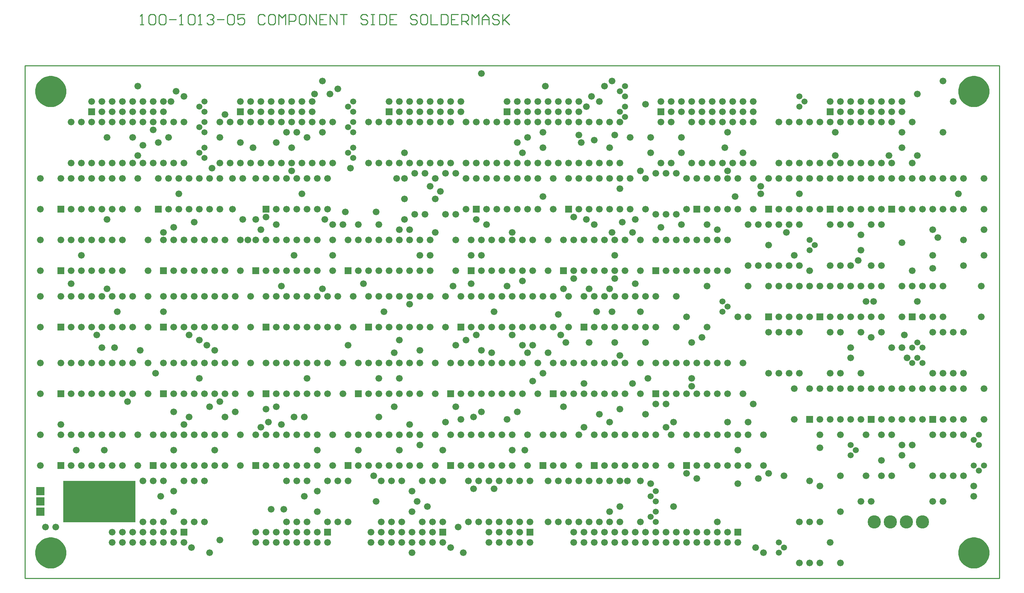
<source format=gts>
*%FSLAX23Y23*%
*%MOIN*%
G01*
%ADD11C,0.006*%
%ADD12C,0.007*%
%ADD13C,0.008*%
%ADD14C,0.010*%
%ADD15C,0.012*%
%ADD16C,0.020*%
%ADD17C,0.030*%
%ADD18C,0.032*%
%ADD19C,0.036*%
%ADD20C,0.040*%
%ADD21C,0.050*%
%ADD22C,0.052*%
%ADD23C,0.055*%
%ADD24C,0.056*%
%ADD25C,0.059*%
%ADD26C,0.062*%
%ADD27C,0.066*%
%ADD28C,0.070*%
%ADD29C,0.090*%
%ADD30C,0.120*%
%ADD31C,0.125*%
%ADD32C,0.129*%
%ADD33C,0.140*%
%ADD34C,0.160*%
%ADD35C,0.250*%
%ADD36C,0.250*%
%ADD37R,0.062X0.062*%
%ADD38R,0.066X0.066*%
%ADD39R,0.075X0.075*%
%ADD40R,0.079X0.079*%
%ADD41R,0.250X0.250*%
D14*
X5486Y10802D02*
X5519D01*
X5503D01*
Y10902D01*
X5504D01*
X5503D02*
X5486Y10885D01*
X5569D02*
X5586Y10902D01*
X5619D01*
X5636Y10885D01*
Y10819D01*
X5619Y10802D01*
X5586D01*
X5569Y10819D01*
Y10885D01*
X5669D02*
X5686Y10902D01*
X5719D01*
X5736Y10885D01*
Y10819D01*
X5719Y10802D01*
X5686D01*
X5669Y10819D01*
Y10885D01*
X5769Y10852D02*
X5836D01*
X5869Y10802D02*
X5903D01*
X5886D01*
Y10902D01*
X5887D01*
X5886D02*
X5869Y10885D01*
X5953D02*
X5969Y10902D01*
X6002D01*
X6019Y10885D01*
Y10819D01*
X6002Y10802D01*
X5969D01*
X5953Y10819D01*
Y10885D01*
X6052Y10802D02*
X6086D01*
X6069D01*
Y10902D01*
X6070D01*
X6069D02*
X6052Y10885D01*
X6136D02*
X6152Y10902D01*
X6186D01*
X6202Y10885D01*
Y10869D01*
X6203D01*
X6202D02*
X6203D01*
X6202D02*
X6203D01*
X6202D02*
X6186Y10852D01*
X6169D01*
X6186D01*
X6202Y10835D01*
Y10819D01*
X6186Y10802D01*
X6152D01*
X6136Y10819D01*
X6236Y10852D02*
X6302D01*
X6336Y10885D02*
X6352Y10902D01*
X6386D01*
X6402Y10885D01*
Y10819D01*
X6386Y10802D01*
X6352D01*
X6336Y10819D01*
Y10885D01*
X6436Y10902D02*
X6502D01*
X6436D02*
Y10852D01*
X6469Y10869D01*
X6486D01*
X6502Y10852D01*
Y10819D01*
X6486Y10802D01*
X6452D01*
X6436Y10819D01*
X6686Y10902D02*
X6702Y10885D01*
X6686Y10902D02*
X6652D01*
X6636Y10885D01*
Y10819D01*
X6652Y10802D01*
X6686D01*
X6702Y10819D01*
X6752Y10902D02*
X6786D01*
X6752D02*
X6736Y10885D01*
Y10819D01*
X6752Y10802D01*
X6786D01*
X6802Y10819D01*
Y10885D01*
X6786Y10902D01*
X6836D02*
Y10802D01*
X6869Y10869D02*
X6836Y10902D01*
X6869Y10869D02*
X6902Y10902D01*
Y10802D01*
X6936D02*
Y10902D01*
X6986D01*
X7002Y10885D01*
Y10852D01*
X6986Y10835D01*
X6936D01*
X7052Y10902D02*
X7085D01*
X7052D02*
X7035Y10885D01*
Y10819D01*
X7052Y10802D01*
X7085D01*
X7102Y10819D01*
Y10885D01*
X7085Y10902D01*
X7135D02*
Y10802D01*
X7202D02*
X7135Y10902D01*
X7202D02*
Y10802D01*
X7235Y10902D02*
X7302D01*
X7235D02*
Y10802D01*
X7302D01*
X7269Y10852D02*
X7235D01*
X7335Y10802D02*
Y10902D01*
X7402Y10802D01*
Y10902D01*
X7435D02*
X7502D01*
X7469D01*
Y10802D01*
X7685Y10902D02*
X7702Y10885D01*
X7685Y10902D02*
X7652D01*
X7635Y10885D01*
Y10869D01*
X7652Y10852D01*
X7685D01*
X7702Y10835D01*
Y10819D01*
X7685Y10802D01*
X7652D01*
X7635Y10819D01*
X7735Y10902D02*
X7769D01*
X7752D01*
Y10802D01*
X7735D01*
X7769D01*
X7819D02*
Y10902D01*
Y10802D02*
X7869D01*
X7885Y10819D01*
Y10885D01*
X7869Y10902D01*
X7819D01*
X7919D02*
X7985D01*
X7919D02*
Y10802D01*
X7985D01*
X7952Y10852D02*
X7919D01*
X8168Y10902D02*
X8185Y10885D01*
X8168Y10902D02*
X8135D01*
X8118Y10885D01*
Y10869D01*
X8135Y10852D01*
X8168D01*
X8185Y10835D01*
Y10819D01*
X8168Y10802D01*
X8135D01*
X8118Y10819D01*
X8235Y10902D02*
X8268D01*
X8235D02*
X8218Y10885D01*
Y10819D01*
X8235Y10802D01*
X8268D01*
X8285Y10819D01*
Y10885D01*
X8268Y10902D01*
X8318D02*
Y10802D01*
X8385D01*
X8418D02*
Y10902D01*
Y10802D02*
X8468D01*
X8485Y10819D01*
Y10885D01*
X8468Y10902D01*
X8418D01*
X8518D02*
X8585D01*
X8518D02*
Y10802D01*
X8585D01*
X8552Y10852D02*
X8518D01*
X8618Y10802D02*
Y10902D01*
X8668D01*
X8685Y10885D01*
Y10852D01*
X8668Y10835D01*
X8618D01*
X8652D02*
X8685Y10802D01*
X8718D02*
Y10902D01*
X8752Y10869D01*
X8785Y10902D01*
Y10802D01*
X8818D02*
Y10869D01*
X8852Y10902D01*
X8885Y10869D01*
Y10802D01*
Y10852D01*
X8818D01*
X8968Y10902D02*
X8985Y10885D01*
X8968Y10902D02*
X8935D01*
X8918Y10885D01*
Y10869D01*
X8935Y10852D01*
X8968D01*
X8985Y10835D01*
Y10819D01*
X8968Y10802D01*
X8935D01*
X8918Y10819D01*
X9018Y10802D02*
Y10902D01*
Y10835D02*
Y10802D01*
Y10835D02*
X9085Y10902D01*
X9035Y10852D01*
X9085Y10802D01*
X4361Y5402D02*
X13861D01*
Y10402D01*
X4361D01*
Y5402D01*
D25*
X6111Y10052D02*
D03*
Y9952D02*
D03*
X6061Y10002D02*
D03*
X6111Y9852D02*
D03*
Y9752D02*
D03*
X6061Y9802D02*
D03*
X6111Y9602D02*
D03*
Y9502D02*
D03*
X6061Y9552D02*
D03*
X7561Y10052D02*
D03*
Y9952D02*
D03*
X7511Y10002D02*
D03*
X7561Y9852D02*
D03*
Y9752D02*
D03*
X7511Y9802D02*
D03*
X7561Y9602D02*
D03*
Y9502D02*
D03*
X7511Y9552D02*
D03*
X10511Y6252D02*
D03*
Y6152D02*
D03*
X10461Y6202D02*
D03*
X10511Y6052D02*
D03*
Y5952D02*
D03*
X10461Y6002D02*
D03*
X10211Y10202D02*
D03*
Y10102D02*
D03*
X10161Y10152D02*
D03*
X10211Y10002D02*
D03*
Y9902D02*
D03*
X10161Y9952D02*
D03*
X11711Y5752D02*
D03*
X11761Y5702D02*
D03*
X11711Y5652D02*
D03*
X12411Y6602D02*
D03*
X12461Y6652D02*
D03*
X12411Y6702D02*
D03*
X12011Y8602D02*
D03*
Y8702D02*
D03*
X12061Y8652D02*
D03*
X11161Y8002D02*
D03*
Y8102D02*
D03*
X11211Y8052D02*
D03*
X11911Y10002D02*
D03*
Y10102D02*
D03*
X11961Y10052D02*
D03*
X13611Y6502D02*
D03*
X13711D02*
D03*
X13661Y6452D02*
D03*
Y6802D02*
D03*
Y6702D02*
D03*
X13611Y6752D02*
D03*
X13111Y7502D02*
D03*
X13011D02*
D03*
X13061Y7552D02*
D03*
X13111Y7652D02*
D03*
X13011D02*
D03*
X13061Y7702D02*
D03*
D27*
X13461Y9152D02*
D03*
X13261Y8727D02*
D03*
X13211Y8427D02*
D03*
X12961Y7552D02*
D03*
X13011Y8402D02*
D03*
X13061Y8102D02*
D03*
Y10127D02*
D03*
Y9527D02*
D03*
X12911Y8677D02*
D03*
X12936Y7777D02*
D03*
X12786Y9527D02*
D03*
X12711Y6552D02*
D03*
X12611Y7752D02*
D03*
X12711Y7802D02*
D03*
X12561Y8102D02*
D03*
X12636D02*
D03*
X12486Y8502D02*
D03*
X12261Y9527D02*
D03*
Y9752D02*
D03*
X12111Y6677D02*
D03*
X12011Y6352D02*
D03*
Y8402D02*
D03*
X11861Y8552D02*
D03*
X11786Y8777D02*
D03*
X11911Y9152D02*
D03*
X11761Y6402D02*
D03*
X11611Y6427D02*
D03*
Y8652D02*
D03*
X11561Y5652D02*
D03*
X11486Y5702D02*
D03*
X11511Y6377D02*
D03*
X11461Y7102D02*
D03*
X11411Y6927D02*
D03*
X11536Y9227D02*
D03*
Y9152D02*
D03*
X11311Y6327D02*
D03*
X11211Y6927D02*
D03*
X11311Y6652D02*
D03*
Y7952D02*
D03*
X11211Y9377D02*
D03*
Y9752D02*
D03*
X11286Y9127D02*
D03*
X11361Y9552D02*
D03*
X11111Y5952D02*
D03*
X11011Y8852D02*
D03*
X11111Y8802D02*
D03*
X11186Y9602D02*
D03*
X10811Y6427D02*
D03*
X10911Y6377D02*
D03*
X10861Y7277D02*
D03*
Y7352D02*
D03*
X10961Y7752D02*
D03*
X10861Y7702D02*
D03*
X10811Y7952D02*
D03*
X10686Y6927D02*
D03*
X10611Y6877D02*
D03*
Y7102D02*
D03*
X10686Y6102D02*
D03*
X10761Y8852D02*
D03*
X10436Y7352D02*
D03*
X10411Y7002D02*
D03*
X10461Y6327D02*
D03*
X10511Y7102D02*
D03*
X10411Y7702D02*
D03*
X10561Y8827D02*
D03*
X10411Y10027D02*
D03*
X10236Y6352D02*
D03*
X10286Y7302D02*
D03*
X10311Y8277D02*
D03*
X10361Y8002D02*
D03*
X10311Y8902D02*
D03*
X10286Y8777D02*
D03*
X10261Y9702D02*
D03*
X10361Y9377D02*
D03*
X10161Y7052D02*
D03*
X10061Y6927D02*
D03*
X10161Y6102D02*
D03*
X10061Y6052D02*
D03*
X10111Y7702D02*
D03*
Y8552D02*
D03*
X10086Y8002D02*
D03*
X10186Y8877D02*
D03*
X10086Y8777D02*
D03*
X10061Y8227D02*
D03*
X10111Y8327D02*
D03*
X10161Y7577D02*
D03*
X10086Y10252D02*
D03*
X10061Y9602D02*
D03*
X10161Y9202D02*
D03*
X10111Y9727D02*
D03*
X9961Y7002D02*
D03*
X9911Y8852D02*
D03*
X9861Y7702D02*
D03*
Y8227D02*
D03*
X9836Y8902D02*
D03*
X9936Y8002D02*
D03*
X9836Y10002D02*
D03*
X9961Y10052D02*
D03*
X10011Y10202D02*
D03*
X9886Y10102D02*
D03*
X9911Y9677D02*
D03*
X9811Y6877D02*
D03*
Y7302D02*
D03*
X9711Y8327D02*
D03*
Y8927D02*
D03*
X9636Y7702D02*
D03*
X9786Y9652D02*
D03*
X9761Y9727D02*
D03*
X9561Y7977D02*
D03*
X9461Y7602D02*
D03*
X9586Y7777D02*
D03*
X9436Y10202D02*
D03*
X9611Y7077D02*
D03*
Y8227D02*
D03*
X9411Y7402D02*
D03*
X9236Y6652D02*
D03*
X9311Y7327D02*
D03*
X9261Y7602D02*
D03*
X9311Y7677D02*
D03*
X9261Y9702D02*
D03*
X9411Y9602D02*
D03*
Y9127D02*
D03*
Y9752D02*
D03*
X9061Y6952D02*
D03*
X9161Y7027D02*
D03*
X9111Y6652D02*
D03*
X9211Y8302D02*
D03*
Y7677D02*
D03*
X9111Y7777D02*
D03*
X9061Y8252D02*
D03*
X9111Y8777D02*
D03*
X9161Y9652D02*
D03*
X9211Y9552D02*
D03*
X8936Y6277D02*
D03*
X8911Y7602D02*
D03*
X8936Y8002D02*
D03*
X8861Y8852D02*
D03*
X8736Y6977D02*
D03*
X8811Y7027D02*
D03*
X8736Y6277D02*
D03*
X8761Y8902D02*
D03*
X8711Y8277D02*
D03*
Y8552D02*
D03*
X8661Y7727D02*
D03*
X8761Y7777D02*
D03*
X8811Y7627D02*
D03*
Y8552D02*
D03*
Y10327D02*
D03*
X8636Y5652D02*
D03*
X8511Y5702D02*
D03*
X8586Y5902D02*
D03*
X8561Y7077D02*
D03*
X8611Y6952D02*
D03*
X8461Y6927D02*
D03*
X8561Y7677D02*
D03*
X8536Y8252D02*
D03*
X8286Y6102D02*
D03*
X8436Y6652D02*
D03*
X8311Y8552D02*
D03*
X8361Y8777D02*
D03*
X8411Y9177D02*
D03*
X8311Y9227D02*
D03*
X8136Y5652D02*
D03*
X8111Y6902D02*
D03*
X8211Y6702D02*
D03*
X8186Y6152D02*
D03*
X8111Y8077D02*
D03*
X8211Y7627D02*
D03*
X8061Y8902D02*
D03*
X8211Y8552D02*
D03*
X8061Y9552D02*
D03*
X8011Y6652D02*
D03*
X7961Y7077D02*
D03*
X8011Y7352D02*
D03*
X7961Y7602D02*
D03*
X8011Y7727D02*
D03*
X7986Y9302D02*
D03*
X7761Y6402D02*
D03*
X7811Y6977D02*
D03*
Y7352D02*
D03*
X7786Y6152D02*
D03*
X7861Y8002D02*
D03*
X7611Y6652D02*
D03*
X7661Y8277D02*
D03*
X7511Y7677D02*
D03*
X7536Y9402D02*
D03*
X7286Y8902D02*
D03*
X7361Y8552D02*
D03*
X7411Y10177D02*
D03*
X7336Y10127D02*
D03*
X7086Y6202D02*
D03*
X7111Y7352D02*
D03*
X7086Y6977D02*
D03*
X7211Y6652D02*
D03*
X7261Y8227D02*
D03*
X7186Y10127D02*
D03*
X7111Y9702D02*
D03*
X7261Y9752D02*
D03*
Y10252D02*
D03*
X6886Y6077D02*
D03*
X6986Y6977D02*
D03*
Y8552D02*
D03*
X7061Y9152D02*
D03*
X6961Y9602D02*
D03*
Y9377D02*
D03*
X6911Y9752D02*
D03*
X7011D02*
D03*
X6736Y6927D02*
D03*
X6711Y7052D02*
D03*
X6811Y7077D02*
D03*
X6861Y6902D02*
D03*
X6761Y6077D02*
D03*
X6861Y8252D02*
D03*
X6711Y8927D02*
D03*
X6811Y8852D02*
D03*
Y9652D02*
D03*
X6661Y6877D02*
D03*
Y8802D02*
D03*
X6536Y8702D02*
D03*
X6586Y9602D02*
D03*
X6311Y6977D02*
D03*
X6411Y7027D02*
D03*
X6461Y9652D02*
D03*
X6311Y9927D02*
D03*
X6261Y5777D02*
D03*
X6161Y5652D02*
D03*
X6261Y7127D02*
D03*
X6161Y7077D02*
D03*
X6211Y6652D02*
D03*
X6136Y7677D02*
D03*
X6211Y7627D02*
D03*
X6261Y9702D02*
D03*
X6186Y9402D02*
D03*
X5986Y5702D02*
D03*
X6061Y7352D02*
D03*
X5961Y6977D02*
D03*
X5911Y6902D02*
D03*
X6011Y8877D02*
D03*
X5961Y7777D02*
D03*
X6061Y7727D02*
D03*
X5911Y10102D02*
D03*
X5811Y6652D02*
D03*
Y7027D02*
D03*
X5711Y8002D02*
D03*
X5811Y8827D02*
D03*
X5711Y8777D02*
D03*
X5861Y9152D02*
D03*
X5761Y9702D02*
D03*
X5786Y10052D02*
D03*
X5836Y10152D02*
D03*
X5636Y7402D02*
D03*
X5686Y6202D02*
D03*
X5661Y9652D02*
D03*
X5611Y9777D02*
D03*
X5361Y7127D02*
D03*
X5486Y7627D02*
D03*
X5411Y9702D02*
D03*
X5461Y10202D02*
D03*
X5511Y9627D02*
D03*
X5461Y9527D02*
D03*
X5136Y6652D02*
D03*
X5261Y8002D02*
D03*
X5161Y8902D02*
D03*
Y8227D02*
D03*
X5236Y7652D02*
D03*
X5161Y9702D02*
D03*
X5111Y7652D02*
D03*
X5061Y7777D02*
D03*
X4861Y6652D02*
D03*
X4811Y8277D02*
D03*
X4911Y8552D02*
D03*
X4711Y6902D02*
D03*
X4561Y5902D02*
D03*
X4661D02*
D03*
X4811Y7202D02*
D03*
X4911D02*
D03*
X5011D02*
D03*
X5111D02*
D03*
X5211D02*
D03*
X5311D02*
D03*
X5411D02*
D03*
Y7502D02*
D03*
X5311D02*
D03*
X5211D02*
D03*
X5111D02*
D03*
X5011D02*
D03*
X4911D02*
D03*
X4811D02*
D03*
X4711D02*
D03*
X4511Y6802D02*
D03*
Y6502D02*
D03*
X4811D02*
D03*
X4911D02*
D03*
X5011D02*
D03*
X5111D02*
D03*
X5211D02*
D03*
X5311D02*
D03*
Y6802D02*
D03*
X5211D02*
D03*
X5111D02*
D03*
X5011D02*
D03*
X4911D02*
D03*
X4811D02*
D03*
X4711D02*
D03*
X4511Y7502D02*
D03*
Y7202D02*
D03*
Y8702D02*
D03*
Y8402D02*
D03*
X4811D02*
D03*
X4911D02*
D03*
X5011D02*
D03*
X5111D02*
D03*
X5211D02*
D03*
X5311D02*
D03*
Y8702D02*
D03*
X5211D02*
D03*
X5111D02*
D03*
X5011D02*
D03*
X4911D02*
D03*
X4811D02*
D03*
X4711D02*
D03*
X4511Y8152D02*
D03*
Y7852D02*
D03*
X4811D02*
D03*
X4911D02*
D03*
X5011D02*
D03*
X5111D02*
D03*
X5211D02*
D03*
X5311D02*
D03*
X5411D02*
D03*
Y8152D02*
D03*
X5311D02*
D03*
X5211D02*
D03*
X5111D02*
D03*
X5011D02*
D03*
X4911D02*
D03*
X4811D02*
D03*
X4711D02*
D03*
X4811Y9002D02*
D03*
X4911D02*
D03*
X5011D02*
D03*
X5111D02*
D03*
X5211D02*
D03*
X5311D02*
D03*
Y9302D02*
D03*
X5211D02*
D03*
X5111D02*
D03*
X5011D02*
D03*
X4911D02*
D03*
X4811D02*
D03*
X4711D02*
D03*
X4511D02*
D03*
Y9002D02*
D03*
X4811Y9452D02*
D03*
Y9852D02*
D03*
X4911Y9452D02*
D03*
Y9852D02*
D03*
X5711Y5952D02*
D03*
Y6352D02*
D03*
X5911Y5952D02*
D03*
Y6352D02*
D03*
X5211Y5752D02*
D03*
Y5852D02*
D03*
X5311Y5752D02*
D03*
Y5852D02*
D03*
X5411Y5752D02*
D03*
Y5852D02*
D03*
X5511Y5752D02*
D03*
Y5852D02*
D03*
X5611Y5752D02*
D03*
Y5852D02*
D03*
X5711Y5752D02*
D03*
Y5852D02*
D03*
X5811Y5752D02*
D03*
Y5852D02*
D03*
X5911Y5752D02*
D03*
X5611Y5952D02*
D03*
Y6352D02*
D03*
X5811Y7202D02*
D03*
X5911D02*
D03*
X6011D02*
D03*
X6111D02*
D03*
X6211D02*
D03*
X6311D02*
D03*
X6411D02*
D03*
Y7502D02*
D03*
X6311D02*
D03*
X6211D02*
D03*
X6111D02*
D03*
X6011D02*
D03*
X5911D02*
D03*
X5811D02*
D03*
X5711D02*
D03*
X5561D02*
D03*
Y7202D02*
D03*
X6461Y6802D02*
D03*
Y6502D02*
D03*
X5711D02*
D03*
X5811D02*
D03*
X5911D02*
D03*
X6011D02*
D03*
X6111D02*
D03*
X6211D02*
D03*
X6311D02*
D03*
Y6802D02*
D03*
X6211D02*
D03*
X6111D02*
D03*
X6011D02*
D03*
X5911D02*
D03*
X5811D02*
D03*
X5711D02*
D03*
X5611D02*
D03*
X5461D02*
D03*
Y6502D02*
D03*
X6111Y5952D02*
D03*
Y6352D02*
D03*
X6011Y5952D02*
D03*
Y6352D02*
D03*
X5511Y5952D02*
D03*
Y6352D02*
D03*
X5811Y6252D02*
D03*
Y6052D02*
D03*
X6461Y8702D02*
D03*
Y8402D02*
D03*
X5561Y8702D02*
D03*
Y8402D02*
D03*
X5811D02*
D03*
X5911D02*
D03*
X6011D02*
D03*
X6111D02*
D03*
X6211D02*
D03*
X6311D02*
D03*
Y8702D02*
D03*
X6211D02*
D03*
X6111D02*
D03*
X6011D02*
D03*
X5911D02*
D03*
X5811D02*
D03*
X5711D02*
D03*
X5761Y9002D02*
D03*
X5861D02*
D03*
X5961D02*
D03*
X6061D02*
D03*
X6161D02*
D03*
X6261D02*
D03*
Y9302D02*
D03*
X6161D02*
D03*
X6061D02*
D03*
X5961D02*
D03*
X5861D02*
D03*
X5761D02*
D03*
X5661D02*
D03*
X5561Y8152D02*
D03*
Y7852D02*
D03*
X5811D02*
D03*
X5911D02*
D03*
X6011D02*
D03*
X6111D02*
D03*
X6211D02*
D03*
X6311D02*
D03*
X6411D02*
D03*
Y8152D02*
D03*
X6311D02*
D03*
X6211D02*
D03*
X6111D02*
D03*
X6011D02*
D03*
X5911D02*
D03*
X5811D02*
D03*
X5711D02*
D03*
Y10052D02*
D03*
Y9952D02*
D03*
X5611Y10052D02*
D03*
Y9952D02*
D03*
X5511Y10052D02*
D03*
Y9952D02*
D03*
X5411Y10052D02*
D03*
Y9952D02*
D03*
X5311Y10052D02*
D03*
Y9952D02*
D03*
X5211Y10052D02*
D03*
Y9952D02*
D03*
X5111Y10052D02*
D03*
Y9952D02*
D03*
X5011Y10052D02*
D03*
X5311Y9452D02*
D03*
Y9852D02*
D03*
X6386Y9302D02*
D03*
Y9002D02*
D03*
X5461Y9302D02*
D03*
Y9002D02*
D03*
X5911Y9852D02*
D03*
Y9452D02*
D03*
X5811Y9852D02*
D03*
Y9452D02*
D03*
X5411Y9852D02*
D03*
Y9452D02*
D03*
X6261D02*
D03*
Y9852D02*
D03*
X6361Y9452D02*
D03*
Y9852D02*
D03*
X6461D02*
D03*
Y9452D02*
D03*
X7161Y10052D02*
D03*
Y9952D02*
D03*
X7061Y10052D02*
D03*
Y9952D02*
D03*
X6961Y10052D02*
D03*
Y9952D02*
D03*
X6861Y10052D02*
D03*
Y9952D02*
D03*
X6761Y10052D02*
D03*
Y9952D02*
D03*
X6661Y10052D02*
D03*
Y9952D02*
D03*
X6561Y10052D02*
D03*
Y9952D02*
D03*
X6461Y10052D02*
D03*
X5211Y9452D02*
D03*
Y9852D02*
D03*
X5711Y9452D02*
D03*
Y9852D02*
D03*
X5611Y9452D02*
D03*
Y9852D02*
D03*
X5511Y9452D02*
D03*
Y9852D02*
D03*
X5111D02*
D03*
Y9452D02*
D03*
X5011Y9852D02*
D03*
Y9452D02*
D03*
X7111Y5952D02*
D03*
Y6352D02*
D03*
X7311Y5952D02*
D03*
Y6352D02*
D03*
X6611Y5752D02*
D03*
Y5852D02*
D03*
X6711Y5752D02*
D03*
Y5852D02*
D03*
X6811Y5752D02*
D03*
Y5852D02*
D03*
X6911Y5752D02*
D03*
Y5852D02*
D03*
X7011Y5752D02*
D03*
Y5852D02*
D03*
X7111Y5752D02*
D03*
Y5852D02*
D03*
X7211Y5752D02*
D03*
Y5852D02*
D03*
X7311Y5752D02*
D03*
X8036Y5952D02*
D03*
Y6352D02*
D03*
X7711Y7202D02*
D03*
X7811D02*
D03*
X7911D02*
D03*
X8011D02*
D03*
X8111D02*
D03*
X8211D02*
D03*
Y7502D02*
D03*
X8111D02*
D03*
X8011D02*
D03*
X7911D02*
D03*
X7811D02*
D03*
X7711D02*
D03*
X7611D02*
D03*
X7461D02*
D03*
Y7202D02*
D03*
X6811D02*
D03*
X6911D02*
D03*
X7011D02*
D03*
X7111D02*
D03*
X7211D02*
D03*
X7311D02*
D03*
Y7502D02*
D03*
X7211D02*
D03*
X7111D02*
D03*
X7011D02*
D03*
X6911D02*
D03*
X6811D02*
D03*
X6711D02*
D03*
X6561D02*
D03*
Y7202D02*
D03*
X7611Y6502D02*
D03*
X7711D02*
D03*
X7811D02*
D03*
X7911D02*
D03*
X8011D02*
D03*
X8111D02*
D03*
X8211D02*
D03*
Y6802D02*
D03*
X8111D02*
D03*
X8011D02*
D03*
X7911D02*
D03*
X7811D02*
D03*
X7711D02*
D03*
X7611D02*
D03*
X7511D02*
D03*
X7361D02*
D03*
Y6502D02*
D03*
X6711D02*
D03*
X6811D02*
D03*
X6911D02*
D03*
X7011D02*
D03*
X7111D02*
D03*
X7211D02*
D03*
Y6802D02*
D03*
X7111D02*
D03*
X7011D02*
D03*
X6911D02*
D03*
X6811D02*
D03*
X6711D02*
D03*
X6611D02*
D03*
X7511Y5952D02*
D03*
Y6352D02*
D03*
X7411Y5952D02*
D03*
Y6352D02*
D03*
X6911Y5952D02*
D03*
Y6352D02*
D03*
X7011Y5952D02*
D03*
Y6352D02*
D03*
X7211Y6252D02*
D03*
Y6052D02*
D03*
X7836Y5952D02*
D03*
Y6352D02*
D03*
X7936Y5952D02*
D03*
Y6352D02*
D03*
X7486Y8977D02*
D03*
X7786D02*
D03*
X6811Y9002D02*
D03*
X6911D02*
D03*
X7011D02*
D03*
X7111D02*
D03*
X7211D02*
D03*
X7311D02*
D03*
Y9302D02*
D03*
X7211D02*
D03*
X7111D02*
D03*
X7011D02*
D03*
X6911D02*
D03*
X6811D02*
D03*
X6711D02*
D03*
X7611Y8852D02*
D03*
X7811D02*
D03*
X7461D02*
D03*
X7361D02*
D03*
X7611Y8402D02*
D03*
X7711D02*
D03*
X7811D02*
D03*
X7911D02*
D03*
X8011D02*
D03*
X8111D02*
D03*
X8211D02*
D03*
X8311D02*
D03*
Y8702D02*
D03*
X8211D02*
D03*
X8111D02*
D03*
X8011D02*
D03*
X7911D02*
D03*
X7811D02*
D03*
X7711D02*
D03*
X7611D02*
D03*
X7511D02*
D03*
X7361D02*
D03*
Y8402D02*
D03*
X6711D02*
D03*
X6811D02*
D03*
X6911D02*
D03*
X7011D02*
D03*
X7111D02*
D03*
X7211D02*
D03*
Y8702D02*
D03*
X7111D02*
D03*
X7011D02*
D03*
X6911D02*
D03*
X6811D02*
D03*
X6711D02*
D03*
X6611D02*
D03*
X6561Y8152D02*
D03*
Y7852D02*
D03*
X7811D02*
D03*
X7911D02*
D03*
X8011D02*
D03*
X8111D02*
D03*
X8211D02*
D03*
X8311D02*
D03*
Y8152D02*
D03*
X8211D02*
D03*
X8111D02*
D03*
X8011D02*
D03*
X7911D02*
D03*
X7811D02*
D03*
X7711D02*
D03*
X7561D02*
D03*
Y7852D02*
D03*
X6811D02*
D03*
X6911D02*
D03*
X7011D02*
D03*
X7111D02*
D03*
X7211D02*
D03*
X7311D02*
D03*
X7411D02*
D03*
Y8152D02*
D03*
X7311D02*
D03*
X7211D02*
D03*
X7111D02*
D03*
X7011D02*
D03*
X6911D02*
D03*
X6811D02*
D03*
X6711D02*
D03*
X6661Y9452D02*
D03*
Y9852D02*
D03*
X7161Y9452D02*
D03*
Y9852D02*
D03*
X6486Y9302D02*
D03*
Y8902D02*
D03*
X6611D02*
D03*
Y9302D02*
D03*
X7361Y9852D02*
D03*
Y9452D02*
D03*
X7261Y9852D02*
D03*
Y9452D02*
D03*
X6861Y9852D02*
D03*
Y9452D02*
D03*
X8011D02*
D03*
Y9852D02*
D03*
X7711Y9452D02*
D03*
Y9852D02*
D03*
X7811Y9452D02*
D03*
Y9852D02*
D03*
X7911D02*
D03*
Y9452D02*
D03*
X8611Y10052D02*
D03*
Y9952D02*
D03*
X8511Y10052D02*
D03*
Y9952D02*
D03*
X8411Y10052D02*
D03*
Y9952D02*
D03*
X8311Y10052D02*
D03*
Y9952D02*
D03*
X8211Y10052D02*
D03*
Y9952D02*
D03*
X8111Y10052D02*
D03*
Y9952D02*
D03*
X8011Y10052D02*
D03*
Y9952D02*
D03*
X7911Y10052D02*
D03*
X6761Y9452D02*
D03*
Y9852D02*
D03*
X7061Y9452D02*
D03*
Y9852D02*
D03*
X6961Y9452D02*
D03*
Y9852D02*
D03*
X6561D02*
D03*
Y9452D02*
D03*
X9286Y5752D02*
D03*
X9186Y5852D02*
D03*
Y5752D02*
D03*
X9086Y5852D02*
D03*
Y5752D02*
D03*
X8986Y5852D02*
D03*
Y5752D02*
D03*
X8886Y5852D02*
D03*
Y5752D02*
D03*
X9561Y5952D02*
D03*
Y6352D02*
D03*
X7736Y5752D02*
D03*
Y5852D02*
D03*
X7836Y5752D02*
D03*
Y5852D02*
D03*
X7936Y5752D02*
D03*
Y5852D02*
D03*
X8036Y5752D02*
D03*
Y5852D02*
D03*
X8136Y5752D02*
D03*
Y5852D02*
D03*
X8236Y5752D02*
D03*
Y5852D02*
D03*
X8336Y5752D02*
D03*
Y5852D02*
D03*
X8436Y5752D02*
D03*
X8236Y5952D02*
D03*
Y6352D02*
D03*
X9186Y5952D02*
D03*
Y6352D02*
D03*
X9286Y5952D02*
D03*
Y6352D02*
D03*
X8611Y7202D02*
D03*
X8711D02*
D03*
X8811D02*
D03*
X8911D02*
D03*
X9011D02*
D03*
X9111D02*
D03*
X9211D02*
D03*
Y7502D02*
D03*
X9111D02*
D03*
X9011D02*
D03*
X8911D02*
D03*
X8811D02*
D03*
X8711D02*
D03*
X8611D02*
D03*
X8511D02*
D03*
X9461Y5952D02*
D03*
Y6352D02*
D03*
X9611Y7202D02*
D03*
X9711D02*
D03*
X9811D02*
D03*
X9911D02*
D03*
X10011D02*
D03*
X10111D02*
D03*
X10211D02*
D03*
Y7502D02*
D03*
X10111D02*
D03*
X10011D02*
D03*
X9911D02*
D03*
X9811D02*
D03*
X9711D02*
D03*
X9611D02*
D03*
X9511D02*
D03*
X8361D02*
D03*
Y7202D02*
D03*
X9361Y7502D02*
D03*
Y7202D02*
D03*
X9511Y6502D02*
D03*
X9611D02*
D03*
Y6802D02*
D03*
X9511D02*
D03*
X9411D02*
D03*
X9261D02*
D03*
Y6502D02*
D03*
X8611D02*
D03*
X8711D02*
D03*
X8811D02*
D03*
X8911D02*
D03*
X9011D02*
D03*
X9111D02*
D03*
Y6802D02*
D03*
X9011D02*
D03*
X8911D02*
D03*
X8811D02*
D03*
X8711D02*
D03*
X8611D02*
D03*
X8511D02*
D03*
X8361D02*
D03*
Y6502D02*
D03*
X8136Y6252D02*
D03*
Y6052D02*
D03*
X8336Y5952D02*
D03*
Y6352D02*
D03*
X8436Y5952D02*
D03*
Y6352D02*
D03*
X8686D02*
D03*
Y5952D02*
D03*
X8786D02*
D03*
Y6352D02*
D03*
X8886Y5952D02*
D03*
Y6352D02*
D03*
X8986Y5952D02*
D03*
Y6352D02*
D03*
X9086Y5952D02*
D03*
Y6352D02*
D03*
X8011Y8802D02*
D03*
X8111D02*
D03*
X8261Y8952D02*
D03*
Y9352D02*
D03*
X8811Y8402D02*
D03*
X8911D02*
D03*
X9011D02*
D03*
X9111D02*
D03*
X9211D02*
D03*
X9311D02*
D03*
Y8702D02*
D03*
X9211D02*
D03*
X9111D02*
D03*
X9011D02*
D03*
X8911D02*
D03*
X8811D02*
D03*
X8711D02*
D03*
X9461D02*
D03*
Y8402D02*
D03*
X8561Y8702D02*
D03*
Y8402D02*
D03*
X8711Y7852D02*
D03*
X8811D02*
D03*
X8911D02*
D03*
X9011D02*
D03*
X9111D02*
D03*
X9211D02*
D03*
X9311D02*
D03*
X9411D02*
D03*
X9511D02*
D03*
Y8152D02*
D03*
X9411D02*
D03*
X9311D02*
D03*
X9211D02*
D03*
X9111D02*
D03*
X9011D02*
D03*
X8911D02*
D03*
X8811D02*
D03*
X8711D02*
D03*
X8611D02*
D03*
X8461D02*
D03*
Y7852D02*
D03*
X8561Y8952D02*
D03*
Y9352D02*
D03*
X8861Y9002D02*
D03*
X8961D02*
D03*
X9061D02*
D03*
X9161D02*
D03*
X9261D02*
D03*
X9361D02*
D03*
Y9302D02*
D03*
X9261D02*
D03*
X9161D02*
D03*
X9061D02*
D03*
X8961D02*
D03*
X8861D02*
D03*
X8761D02*
D03*
X8211Y9452D02*
D03*
Y9852D02*
D03*
X8361Y9302D02*
D03*
Y9102D02*
D03*
X8161Y8952D02*
D03*
Y9352D02*
D03*
X8061Y9302D02*
D03*
Y9102D02*
D03*
X9511Y9302D02*
D03*
Y9002D02*
D03*
X8661Y9302D02*
D03*
Y9002D02*
D03*
X8461Y8952D02*
D03*
Y9352D02*
D03*
X9561Y9452D02*
D03*
Y9852D02*
D03*
X9461Y9452D02*
D03*
Y9852D02*
D03*
X8661Y9452D02*
D03*
Y9852D02*
D03*
X8761Y9452D02*
D03*
Y9852D02*
D03*
X8861Y9452D02*
D03*
Y9852D02*
D03*
X8961Y9452D02*
D03*
Y9852D02*
D03*
X9361D02*
D03*
Y9452D02*
D03*
X9261Y9852D02*
D03*
Y9452D02*
D03*
X9161Y9852D02*
D03*
Y9452D02*
D03*
X9061Y9852D02*
D03*
Y9452D02*
D03*
X9761Y10052D02*
D03*
Y9952D02*
D03*
X9661Y10052D02*
D03*
Y9952D02*
D03*
X9561Y10052D02*
D03*
Y9952D02*
D03*
X9461Y10052D02*
D03*
Y9952D02*
D03*
X9361Y10052D02*
D03*
Y9952D02*
D03*
X9261Y10052D02*
D03*
Y9952D02*
D03*
X9161Y10052D02*
D03*
Y9952D02*
D03*
X9061Y10052D02*
D03*
X8511Y9452D02*
D03*
Y9852D02*
D03*
X8411Y9452D02*
D03*
Y9852D02*
D03*
X8311D02*
D03*
Y9452D02*
D03*
X8111Y9852D02*
D03*
Y9452D02*
D03*
X9661Y6352D02*
D03*
Y5952D02*
D03*
X9761Y6352D02*
D03*
Y5952D02*
D03*
X9861Y6352D02*
D03*
Y5952D02*
D03*
X10061Y6352D02*
D03*
Y5952D02*
D03*
X10361Y6352D02*
D03*
Y5952D02*
D03*
X10611Y7202D02*
D03*
X10711D02*
D03*
X10811D02*
D03*
X10911D02*
D03*
X11011D02*
D03*
X11111D02*
D03*
X11211D02*
D03*
Y7502D02*
D03*
X11111D02*
D03*
X11011D02*
D03*
X10911D02*
D03*
X10811D02*
D03*
X10711D02*
D03*
X10611D02*
D03*
X10511D02*
D03*
X10361D02*
D03*
Y7202D02*
D03*
X10911Y6502D02*
D03*
X11011D02*
D03*
X11111D02*
D03*
X11211D02*
D03*
X11311D02*
D03*
X11411D02*
D03*
Y6802D02*
D03*
X11311D02*
D03*
X11211D02*
D03*
X11111D02*
D03*
X11011D02*
D03*
X10911D02*
D03*
X10811D02*
D03*
X10661D02*
D03*
Y6502D02*
D03*
X10011D02*
D03*
X10111D02*
D03*
X10211D02*
D03*
X10311D02*
D03*
X10411D02*
D03*
X10511D02*
D03*
Y6802D02*
D03*
X10411D02*
D03*
X10311D02*
D03*
X10211D02*
D03*
X10111D02*
D03*
X10011D02*
D03*
X9911D02*
D03*
X9761D02*
D03*
Y6502D02*
D03*
X10161Y6352D02*
D03*
Y5952D02*
D03*
X9961Y6352D02*
D03*
Y5952D02*
D03*
X11011Y8252D02*
D03*
Y7852D02*
D03*
X10711Y8152D02*
D03*
Y7852D02*
D03*
X11011Y9002D02*
D03*
X11111D02*
D03*
X11211D02*
D03*
Y9302D02*
D03*
X11111D02*
D03*
X11011D02*
D03*
X10911D02*
D03*
X10611Y8402D02*
D03*
X10711D02*
D03*
X10811D02*
D03*
X10911D02*
D03*
X11011D02*
D03*
X11111D02*
D03*
X11211D02*
D03*
Y8702D02*
D03*
X11111D02*
D03*
X11011D02*
D03*
X10911D02*
D03*
X10811D02*
D03*
X10711D02*
D03*
X10611D02*
D03*
X10511D02*
D03*
X10361D02*
D03*
Y8402D02*
D03*
X9711D02*
D03*
X9811D02*
D03*
X9911D02*
D03*
X10011D02*
D03*
X10111D02*
D03*
X10211D02*
D03*
Y8702D02*
D03*
X10111D02*
D03*
X10011D02*
D03*
X9911D02*
D03*
X9811D02*
D03*
X9711D02*
D03*
X9611D02*
D03*
X9761Y9002D02*
D03*
X9861D02*
D03*
X9961D02*
D03*
X10061D02*
D03*
X10161D02*
D03*
X10261D02*
D03*
Y9302D02*
D03*
X10161D02*
D03*
X10061D02*
D03*
X9961D02*
D03*
X9861D02*
D03*
X9761D02*
D03*
X9661D02*
D03*
X9911Y7852D02*
D03*
X10011D02*
D03*
X10111D02*
D03*
X10211D02*
D03*
X10311D02*
D03*
X10411D02*
D03*
X10511D02*
D03*
Y8152D02*
D03*
X10411D02*
D03*
X10311D02*
D03*
X10211D02*
D03*
X10111D02*
D03*
X10011D02*
D03*
X9911D02*
D03*
X9811D02*
D03*
X9661D02*
D03*
Y7852D02*
D03*
X11061Y9852D02*
D03*
Y9452D02*
D03*
X10761Y9552D02*
D03*
Y9702D02*
D03*
X11461Y10052D02*
D03*
Y9952D02*
D03*
X11361Y10052D02*
D03*
Y9952D02*
D03*
X11261Y10052D02*
D03*
Y9952D02*
D03*
X11161Y10052D02*
D03*
Y9952D02*
D03*
X11061Y10052D02*
D03*
Y9952D02*
D03*
X10961Y10052D02*
D03*
Y9952D02*
D03*
X10861Y10052D02*
D03*
Y9952D02*
D03*
X10761Y10052D02*
D03*
Y9952D02*
D03*
X10661Y10052D02*
D03*
Y9952D02*
D03*
X10561Y10052D02*
D03*
X10811Y9302D02*
D03*
Y9002D02*
D03*
X10711Y9352D02*
D03*
Y8952D02*
D03*
X10611D02*
D03*
Y9352D02*
D03*
X10511Y8952D02*
D03*
Y9352D02*
D03*
X10411Y9302D02*
D03*
Y9002D02*
D03*
X11161Y9852D02*
D03*
Y9452D02*
D03*
X10961Y9852D02*
D03*
Y9452D02*
D03*
X10861D02*
D03*
Y9852D02*
D03*
X10461Y9552D02*
D03*
Y9702D02*
D03*
X10661Y9852D02*
D03*
Y9452D02*
D03*
X10561D02*
D03*
Y9852D02*
D03*
X10161Y9452D02*
D03*
Y9852D02*
D03*
X10061Y9452D02*
D03*
Y9852D02*
D03*
X9961Y9452D02*
D03*
Y9852D02*
D03*
X9861Y9452D02*
D03*
Y9852D02*
D03*
X9761Y9452D02*
D03*
Y9852D02*
D03*
X9661Y9452D02*
D03*
Y9852D02*
D03*
X9711Y5852D02*
D03*
X9811D02*
D03*
X9911D02*
D03*
X10011D02*
D03*
X10111D02*
D03*
X10211D02*
D03*
X10311D02*
D03*
X10411D02*
D03*
X10511D02*
D03*
X10611D02*
D03*
X10711D02*
D03*
X10811D02*
D03*
X10911D02*
D03*
X11011D02*
D03*
X11211D02*
D03*
X9711Y5752D02*
D03*
X9811D02*
D03*
X9911D02*
D03*
X10011D02*
D03*
X10111D02*
D03*
X10211D02*
D03*
X10311D02*
D03*
X10411D02*
D03*
X10511D02*
D03*
X10611D02*
D03*
X10711D02*
D03*
X10811D02*
D03*
X10911D02*
D03*
X11011D02*
D03*
X11111D02*
D03*
X11211D02*
D03*
X11311D02*
D03*
X11111Y5852D02*
D03*
X11911Y5952D02*
D03*
Y5552D02*
D03*
X12011Y5952D02*
D03*
Y5552D02*
D03*
X12111D02*
D03*
Y5952D02*
D03*
X12311Y5552D02*
D03*
Y6052D02*
D03*
X12211Y5752D02*
D03*
X11561Y6802D02*
D03*
Y6502D02*
D03*
X11361Y7502D02*
D03*
Y7202D02*
D03*
X11861Y7252D02*
D03*
Y6952D02*
D03*
X11711Y7402D02*
D03*
Y7802D02*
D03*
X11811Y7402D02*
D03*
Y7802D02*
D03*
X12561Y6402D02*
D03*
Y6802D02*
D03*
X12311D02*
D03*
Y6402D02*
D03*
X12111Y6302D02*
D03*
Y6802D02*
D03*
X12711Y6402D02*
D03*
Y6802D02*
D03*
X12111Y6952D02*
D03*
X12211D02*
D03*
X12311D02*
D03*
Y7252D02*
D03*
X12211D02*
D03*
X12111D02*
D03*
X12011D02*
D03*
X12411Y6952D02*
D03*
Y7252D02*
D03*
X12511D02*
D03*
Y6952D02*
D03*
Y6152D02*
D03*
X12611D02*
D03*
X12711Y6952D02*
D03*
X12811D02*
D03*
X12911D02*
D03*
Y7252D02*
D03*
X12811D02*
D03*
X12711D02*
D03*
X12611D02*
D03*
X11811Y8452D02*
D03*
Y8852D02*
D03*
X12511Y8752D02*
D03*
Y8602D02*
D03*
X11411Y8452D02*
D03*
Y8852D02*
D03*
X11511D02*
D03*
Y8452D02*
D03*
X11311Y9002D02*
D03*
Y9302D02*
D03*
X11611Y7802D02*
D03*
Y7402D02*
D03*
X11911Y7802D02*
D03*
Y7402D02*
D03*
X11411Y8252D02*
D03*
Y7952D02*
D03*
X11711D02*
D03*
X11811D02*
D03*
X11911D02*
D03*
Y8252D02*
D03*
X11811D02*
D03*
X11711D02*
D03*
X11611D02*
D03*
X12011Y7952D02*
D03*
Y8252D02*
D03*
X12711Y8452D02*
D03*
Y8852D02*
D03*
X12411Y7652D02*
D03*
Y7552D02*
D03*
X12511Y7802D02*
D03*
Y7402D02*
D03*
X12211Y7802D02*
D03*
Y7402D02*
D03*
X12311Y7802D02*
D03*
Y7402D02*
D03*
X12211Y7952D02*
D03*
X12311D02*
D03*
X12411D02*
D03*
X12511D02*
D03*
X12611D02*
D03*
X12711D02*
D03*
Y8252D02*
D03*
X12611D02*
D03*
X12511D02*
D03*
X12411D02*
D03*
X12311D02*
D03*
X12211D02*
D03*
X12111D02*
D03*
X12611Y8452D02*
D03*
Y8852D02*
D03*
X12311Y8452D02*
D03*
Y8852D02*
D03*
X12211D02*
D03*
Y8452D02*
D03*
X12411D02*
D03*
Y8852D02*
D03*
X11911Y8452D02*
D03*
Y8852D02*
D03*
X11711Y8452D02*
D03*
Y8852D02*
D03*
X11611D02*
D03*
Y8452D02*
D03*
X12011Y9002D02*
D03*
Y9302D02*
D03*
X11711Y9002D02*
D03*
X11811D02*
D03*
X11911D02*
D03*
Y9302D02*
D03*
X11811D02*
D03*
X11711D02*
D03*
X11611D02*
D03*
X12611Y9002D02*
D03*
Y9302D02*
D03*
X12311Y9002D02*
D03*
X12411D02*
D03*
X12511D02*
D03*
Y9302D02*
D03*
X12411D02*
D03*
X12311D02*
D03*
X12211D02*
D03*
X12511Y9852D02*
D03*
Y9452D02*
D03*
X12611Y9852D02*
D03*
Y9452D02*
D03*
X11461Y9302D02*
D03*
Y9002D02*
D03*
X12911Y10052D02*
D03*
Y9952D02*
D03*
X12811Y10052D02*
D03*
Y9952D02*
D03*
X12711Y10052D02*
D03*
Y9952D02*
D03*
X12611Y10052D02*
D03*
Y9952D02*
D03*
X12511Y10052D02*
D03*
Y9952D02*
D03*
X12411Y10052D02*
D03*
Y9952D02*
D03*
X12311Y10052D02*
D03*
Y9952D02*
D03*
X12211Y10052D02*
D03*
X12711Y9452D02*
D03*
Y9852D02*
D03*
X12411D02*
D03*
Y9452D02*
D03*
X12311Y9852D02*
D03*
Y9452D02*
D03*
X12211Y9852D02*
D03*
Y9452D02*
D03*
X12111D02*
D03*
Y9852D02*
D03*
X12011D02*
D03*
Y9452D02*
D03*
X11911Y9852D02*
D03*
Y9452D02*
D03*
X11811D02*
D03*
Y9852D02*
D03*
X11711Y9452D02*
D03*
Y9852D02*
D03*
X12111Y9302D02*
D03*
Y9002D02*
D03*
X12711Y9302D02*
D03*
Y9002D02*
D03*
X11261Y9852D02*
D03*
Y9452D02*
D03*
X11361Y9852D02*
D03*
Y9452D02*
D03*
X11461Y9852D02*
D03*
Y9452D02*
D03*
X13011Y6702D02*
D03*
Y6502D02*
D03*
X13611Y6202D02*
D03*
Y6302D02*
D03*
X13511Y6402D02*
D03*
Y6802D02*
D03*
X13211D02*
D03*
Y6402D02*
D03*
X13411Y6802D02*
D03*
Y6402D02*
D03*
X13311D02*
D03*
Y6802D02*
D03*
X12911Y6702D02*
D03*
Y6602D02*
D03*
X12811Y6402D02*
D03*
Y6802D02*
D03*
X13011Y6952D02*
D03*
Y7252D02*
D03*
X13111D02*
D03*
Y6952D02*
D03*
X13311D02*
D03*
X13411D02*
D03*
X13511D02*
D03*
Y7252D02*
D03*
X13411D02*
D03*
X13311D02*
D03*
X13211D02*
D03*
X13711Y6952D02*
D03*
Y7252D02*
D03*
X13211Y6152D02*
D03*
X13311D02*
D03*
X13511Y7402D02*
D03*
Y7802D02*
D03*
X13411Y7402D02*
D03*
Y7802D02*
D03*
X13311Y7402D02*
D03*
Y7802D02*
D03*
X13211Y7402D02*
D03*
Y7802D02*
D03*
X12911Y7652D02*
D03*
X12811D02*
D03*
X13711Y8552D02*
D03*
X13211D02*
D03*
X13511Y8452D02*
D03*
X13711Y8802D02*
D03*
X13211D02*
D03*
X13511Y8702D02*
D03*
X12911Y8252D02*
D03*
Y7952D02*
D03*
X13111D02*
D03*
X13211D02*
D03*
X13311D02*
D03*
Y8252D02*
D03*
X13211D02*
D03*
X13111D02*
D03*
X13011D02*
D03*
X13711Y9002D02*
D03*
Y9302D02*
D03*
X12911Y9002D02*
D03*
X13011D02*
D03*
X13111D02*
D03*
X13211D02*
D03*
X13311D02*
D03*
X13411D02*
D03*
X13511D02*
D03*
Y9302D02*
D03*
X13411D02*
D03*
X13311D02*
D03*
X13211D02*
D03*
X13111D02*
D03*
X13011D02*
D03*
X12911D02*
D03*
X12811D02*
D03*
X13686Y7952D02*
D03*
Y8252D02*
D03*
X12911Y9752D02*
D03*
Y9602D02*
D03*
X13311Y10252D02*
D03*
Y9752D02*
D03*
X13411Y10052D02*
D03*
X13011Y9852D02*
D03*
Y9452D02*
D03*
X12811D02*
D03*
Y9852D02*
D03*
D28*
X13494Y10152D02*
X13495D01*
X13494D02*
X13495Y10138D01*
X13497Y10125D01*
X13501Y10112D01*
X13506Y10099D01*
X13513Y10088D01*
X13521Y10077D01*
X13531Y10067D01*
X13541Y10058D01*
X13552Y10051D01*
X13565Y10045D01*
X13577Y10040D01*
X13591Y10037D01*
X13604Y10035D01*
X13618D01*
X13631Y10037D01*
X13645Y10040D01*
X13657Y10045D01*
X13670Y10051D01*
X13681Y10058D01*
X13691Y10067D01*
X13701Y10077D01*
X13709Y10088D01*
X13716Y10099D01*
X13721Y10112D01*
X13725Y10125D01*
X13727Y10138D01*
X13728Y10152D01*
X13729D01*
X13728D02*
X13727Y10166D01*
X13725Y10179D01*
X13721Y10192D01*
X13716Y10205D01*
X13709Y10216D01*
X13701Y10227D01*
X13691Y10237D01*
X13681Y10246D01*
X13670Y10253D01*
X13657Y10259D01*
X13645Y10264D01*
X13631Y10267D01*
X13618Y10269D01*
X13604D01*
X13591Y10267D01*
X13577Y10264D01*
X13565Y10259D01*
X13552Y10253D01*
X13541Y10246D01*
X13531Y10237D01*
X13521Y10227D01*
X13513Y10216D01*
X13506Y10205D01*
X13501Y10192D01*
X13497Y10179D01*
X13495Y10166D01*
X13494Y10152D01*
X13562D02*
X13563D01*
X13562D02*
X13563Y10142D01*
X13566Y10132D01*
X13571Y10123D01*
X13578Y10116D01*
X13586Y10110D01*
X13596Y10105D01*
X13606Y10103D01*
X13616D01*
X13626Y10105D01*
X13636Y10110D01*
X13644Y10116D01*
X13651Y10123D01*
X13656Y10132D01*
X13659Y10142D01*
X13660Y10152D01*
X13661D01*
X13660D02*
X13659Y10162D01*
X13656Y10172D01*
X13651Y10181D01*
X13644Y10188D01*
X13636Y10194D01*
X13626Y10199D01*
X13616Y10201D01*
X13606D01*
X13596Y10199D01*
X13586Y10194D01*
X13578Y10188D01*
X13571Y10181D01*
X13566Y10172D01*
X13563Y10162D01*
X13562Y10152D01*
X13611D02*
D03*
X13494Y5652D02*
X13495D01*
X13494D02*
X13495Y5638D01*
X13497Y5625D01*
X13501Y5612D01*
X13506Y5599D01*
X13513Y5588D01*
X13521Y5577D01*
X13531Y5567D01*
X13541Y5558D01*
X13552Y5551D01*
X13565Y5545D01*
X13577Y5540D01*
X13591Y5537D01*
X13604Y5535D01*
X13618D01*
X13631Y5537D01*
X13645Y5540D01*
X13657Y5545D01*
X13670Y5551D01*
X13681Y5558D01*
X13691Y5567D01*
X13701Y5577D01*
X13709Y5588D01*
X13716Y5599D01*
X13721Y5612D01*
X13725Y5625D01*
X13727Y5638D01*
X13728Y5652D01*
X13729D01*
X13728D02*
X13727Y5666D01*
X13725Y5679D01*
X13721Y5692D01*
X13716Y5705D01*
X13709Y5716D01*
X13701Y5727D01*
X13691Y5737D01*
X13681Y5746D01*
X13670Y5753D01*
X13657Y5759D01*
X13645Y5764D01*
X13631Y5767D01*
X13618Y5769D01*
X13604D01*
X13591Y5767D01*
X13577Y5764D01*
X13565Y5759D01*
X13552Y5753D01*
X13541Y5746D01*
X13531Y5737D01*
X13521Y5727D01*
X13513Y5716D01*
X13506Y5705D01*
X13501Y5692D01*
X13497Y5679D01*
X13495Y5666D01*
X13494Y5652D01*
X13562D02*
X13563D01*
X13562D02*
X13563Y5642D01*
X13566Y5632D01*
X13571Y5623D01*
X13578Y5616D01*
X13586Y5610D01*
X13596Y5605D01*
X13606Y5603D01*
X13616D01*
X13626Y5605D01*
X13636Y5610D01*
X13644Y5616D01*
X13651Y5623D01*
X13656Y5632D01*
X13659Y5642D01*
X13660Y5652D01*
X13661D01*
X13660D02*
X13659Y5662D01*
X13656Y5672D01*
X13651Y5681D01*
X13644Y5688D01*
X13636Y5694D01*
X13626Y5699D01*
X13616Y5701D01*
X13606D01*
X13596Y5699D01*
X13586Y5694D01*
X13578Y5688D01*
X13571Y5681D01*
X13566Y5672D01*
X13563Y5662D01*
X13562Y5652D01*
X13611D02*
D03*
X4494Y10152D02*
X4495D01*
X4494D02*
X4495Y10138D01*
X4497Y10125D01*
X4501Y10112D01*
X4506Y10099D01*
X4513Y10088D01*
X4521Y10077D01*
X4531Y10067D01*
X4541Y10058D01*
X4552Y10051D01*
X4565Y10045D01*
X4577Y10040D01*
X4591Y10037D01*
X4604Y10035D01*
X4618D01*
X4631Y10037D01*
X4645Y10040D01*
X4657Y10045D01*
X4670Y10051D01*
X4681Y10058D01*
X4691Y10067D01*
X4701Y10077D01*
X4709Y10088D01*
X4716Y10099D01*
X4721Y10112D01*
X4725Y10125D01*
X4727Y10138D01*
X4728Y10152D01*
X4729D01*
X4728D02*
X4727Y10166D01*
X4725Y10179D01*
X4721Y10192D01*
X4716Y10205D01*
X4709Y10216D01*
X4701Y10227D01*
X4691Y10237D01*
X4681Y10246D01*
X4670Y10253D01*
X4657Y10259D01*
X4645Y10264D01*
X4631Y10267D01*
X4618Y10269D01*
X4604D01*
X4591Y10267D01*
X4577Y10264D01*
X4565Y10259D01*
X4552Y10253D01*
X4541Y10246D01*
X4531Y10237D01*
X4521Y10227D01*
X4513Y10216D01*
X4506Y10205D01*
X4501Y10192D01*
X4497Y10179D01*
X4495Y10166D01*
X4494Y10152D01*
X4562D02*
X4563D01*
X4562D02*
X4563Y10142D01*
X4566Y10132D01*
X4571Y10123D01*
X4578Y10116D01*
X4586Y10110D01*
X4596Y10105D01*
X4606Y10103D01*
X4616D01*
X4626Y10105D01*
X4636Y10110D01*
X4644Y10116D01*
X4651Y10123D01*
X4656Y10132D01*
X4659Y10142D01*
X4660Y10152D01*
X4661D01*
X4660D02*
X4659Y10162D01*
X4656Y10172D01*
X4651Y10181D01*
X4644Y10188D01*
X4636Y10194D01*
X4626Y10199D01*
X4616Y10201D01*
X4606D01*
X4596Y10199D01*
X4586Y10194D01*
X4578Y10188D01*
X4571Y10181D01*
X4566Y10172D01*
X4563Y10162D01*
X4562Y10152D01*
X4611D02*
D03*
X4494Y5652D02*
X4495D01*
X4494D02*
X4495Y5638D01*
X4497Y5625D01*
X4501Y5612D01*
X4506Y5599D01*
X4513Y5588D01*
X4521Y5577D01*
X4531Y5567D01*
X4541Y5558D01*
X4552Y5551D01*
X4565Y5545D01*
X4577Y5540D01*
X4591Y5537D01*
X4604Y5535D01*
X4618D01*
X4631Y5537D01*
X4645Y5540D01*
X4657Y5545D01*
X4670Y5551D01*
X4681Y5558D01*
X4691Y5567D01*
X4701Y5577D01*
X4709Y5588D01*
X4716Y5599D01*
X4721Y5612D01*
X4725Y5625D01*
X4727Y5638D01*
X4728Y5652D01*
X4729D01*
X4728D02*
X4727Y5666D01*
X4725Y5679D01*
X4721Y5692D01*
X4716Y5705D01*
X4709Y5716D01*
X4701Y5727D01*
X4691Y5737D01*
X4681Y5746D01*
X4670Y5753D01*
X4657Y5759D01*
X4645Y5764D01*
X4631Y5767D01*
X4618Y5769D01*
X4604D01*
X4591Y5767D01*
X4577Y5764D01*
X4565Y5759D01*
X4552Y5753D01*
X4541Y5746D01*
X4531Y5737D01*
X4521Y5727D01*
X4513Y5716D01*
X4506Y5705D01*
X4501Y5692D01*
X4497Y5679D01*
X4495Y5666D01*
X4494Y5652D01*
X4562D02*
X4563D01*
X4562D02*
X4563Y5642D01*
X4566Y5632D01*
X4571Y5623D01*
X4578Y5616D01*
X4586Y5610D01*
X4596Y5605D01*
X4606Y5603D01*
X4616D01*
X4626Y5605D01*
X4636Y5610D01*
X4644Y5616D01*
X4651Y5623D01*
X4656Y5632D01*
X4659Y5642D01*
X4660Y5652D01*
X4661D01*
X4660D02*
X4659Y5662D01*
X4656Y5672D01*
X4651Y5681D01*
X4644Y5688D01*
X4636Y5694D01*
X4626Y5699D01*
X4616Y5701D01*
X4606D01*
X4596Y5699D01*
X4586Y5694D01*
X4578Y5688D01*
X4571Y5681D01*
X4566Y5672D01*
X4563Y5662D01*
X4562Y5652D01*
X4611D02*
D03*
X5119Y6152D02*
X5120D01*
X5119D02*
X5120Y6138D01*
X5123Y6125D01*
X5128Y6112D01*
X5135Y6100D01*
X5144Y6089D01*
X5154Y6080D01*
X5165Y6072D01*
X5177Y6066D01*
X5191Y6062D01*
X5204Y6060D01*
X5218D01*
X5231Y6062D01*
X5245Y6066D01*
X5257Y6072D01*
X5268Y6080D01*
X5278Y6089D01*
X5287Y6100D01*
X5294Y6112D01*
X5299Y6125D01*
X5302Y6138D01*
X5303Y6152D01*
X5304D01*
X5303D02*
X5302Y6166D01*
X5299Y6179D01*
X5294Y6192D01*
X5287Y6204D01*
X5278Y6215D01*
X5268Y6224D01*
X5257Y6232D01*
X5245Y6238D01*
X5231Y6242D01*
X5218Y6244D01*
X5204D01*
X5191Y6242D01*
X5177Y6238D01*
X5165Y6232D01*
X5154Y6224D01*
X5144Y6215D01*
X5135Y6204D01*
X5128Y6192D01*
X5123Y6179D01*
X5120Y6166D01*
X5119Y6152D01*
X5187D02*
X5188D01*
X5187D02*
X5188Y6144D01*
X5193Y6137D01*
X5199Y6131D01*
X5207Y6128D01*
X5215D01*
X5223Y6131D01*
X5229Y6137D01*
X5234Y6144D01*
X5235Y6152D01*
X5236D01*
X5235D02*
X5234Y6160D01*
X5229Y6167D01*
X5223Y6173D01*
X5215Y6176D01*
X5207D01*
X5199Y6173D01*
X5193Y6167D01*
X5188Y6160D01*
X5187Y6152D01*
D32*
X12955Y5952D02*
D03*
X12799D02*
D03*
X12643D02*
D03*
X13111D02*
D03*
D38*
X4711Y7202D02*
D03*
Y6502D02*
D03*
Y8402D02*
D03*
Y7852D02*
D03*
Y9002D02*
D03*
X5911Y5852D02*
D03*
X5711Y7202D02*
D03*
X5611Y6502D02*
D03*
X5711Y8402D02*
D03*
X5661Y9002D02*
D03*
X5711Y7852D02*
D03*
X5011Y9952D02*
D03*
X6461D02*
D03*
X7311Y5852D02*
D03*
X7611Y7202D02*
D03*
X6711D02*
D03*
X7511Y6502D02*
D03*
X6611D02*
D03*
X6711Y9002D02*
D03*
X7511Y8402D02*
D03*
X6611D02*
D03*
X7711Y7852D02*
D03*
X6711D02*
D03*
X7911Y9952D02*
D03*
X9286Y5852D02*
D03*
X8436D02*
D03*
X8511Y7202D02*
D03*
X9511D02*
D03*
X9411Y6502D02*
D03*
X8511D02*
D03*
X8711Y8402D02*
D03*
X8611Y7852D02*
D03*
X8761Y9002D02*
D03*
X9061Y9952D02*
D03*
X10511Y7202D02*
D03*
X10811Y6502D02*
D03*
X9911D02*
D03*
X10911Y9002D02*
D03*
X10511Y8402D02*
D03*
X9611D02*
D03*
X9661Y9002D02*
D03*
X9811Y7852D02*
D03*
X10561Y9952D02*
D03*
X11311Y5852D02*
D03*
X12011Y6952D02*
D03*
X12611D02*
D03*
X11611Y7952D02*
D03*
X12111D02*
D03*
X11611Y9002D02*
D03*
X12211D02*
D03*
Y9952D02*
D03*
X13211Y6952D02*
D03*
X13011Y7952D02*
D03*
X12811Y9002D02*
D03*
D40*
X4511Y6252D02*
D03*
Y6152D02*
D03*
Y6052D02*
D03*
D41*
X4859Y6075D02*
X5313D01*
Y6229D01*
X4859D01*
Y6075D01*
D02*
M02*

</source>
